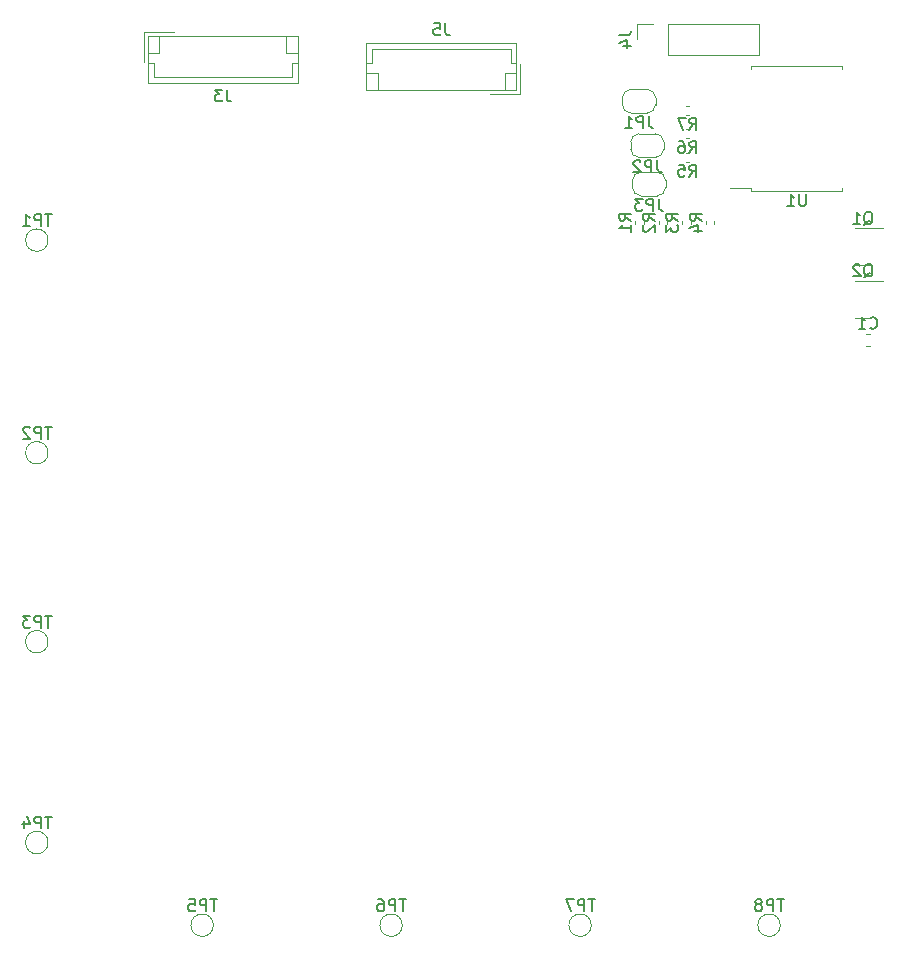
<source format=gbr>
%TF.GenerationSoftware,KiCad,Pcbnew,7.0.7*%
%TF.CreationDate,2023-12-23T12:05:02-04:00*%
%TF.ProjectId,teclado 4x4 i2c,7465636c-6164-46f2-9034-783420693263,rev?*%
%TF.SameCoordinates,Original*%
%TF.FileFunction,Legend,Bot*%
%TF.FilePolarity,Positive*%
%FSLAX46Y46*%
G04 Gerber Fmt 4.6, Leading zero omitted, Abs format (unit mm)*
G04 Created by KiCad (PCBNEW 7.0.7) date 2023-12-23 12:05:02*
%MOMM*%
%LPD*%
G01*
G04 APERTURE LIST*
%ADD10C,0.150000*%
%ADD11C,0.120000*%
G04 APERTURE END LIST*
D10*
X164261904Y-134806819D02*
X163690476Y-134806819D01*
X163976190Y-135806819D02*
X163976190Y-134806819D01*
X163357142Y-135806819D02*
X163357142Y-134806819D01*
X163357142Y-134806819D02*
X162976190Y-134806819D01*
X162976190Y-134806819D02*
X162880952Y-134854438D01*
X162880952Y-134854438D02*
X162833333Y-134902057D01*
X162833333Y-134902057D02*
X162785714Y-134997295D01*
X162785714Y-134997295D02*
X162785714Y-135140152D01*
X162785714Y-135140152D02*
X162833333Y-135235390D01*
X162833333Y-135235390D02*
X162880952Y-135283009D01*
X162880952Y-135283009D02*
X162976190Y-135330628D01*
X162976190Y-135330628D02*
X163357142Y-135330628D01*
X162214285Y-135235390D02*
X162309523Y-135187771D01*
X162309523Y-135187771D02*
X162357142Y-135140152D01*
X162357142Y-135140152D02*
X162404761Y-135044914D01*
X162404761Y-135044914D02*
X162404761Y-134997295D01*
X162404761Y-134997295D02*
X162357142Y-134902057D01*
X162357142Y-134902057D02*
X162309523Y-134854438D01*
X162309523Y-134854438D02*
X162214285Y-134806819D01*
X162214285Y-134806819D02*
X162023809Y-134806819D01*
X162023809Y-134806819D02*
X161928571Y-134854438D01*
X161928571Y-134854438D02*
X161880952Y-134902057D01*
X161880952Y-134902057D02*
X161833333Y-134997295D01*
X161833333Y-134997295D02*
X161833333Y-135044914D01*
X161833333Y-135044914D02*
X161880952Y-135140152D01*
X161880952Y-135140152D02*
X161928571Y-135187771D01*
X161928571Y-135187771D02*
X162023809Y-135235390D01*
X162023809Y-135235390D02*
X162214285Y-135235390D01*
X162214285Y-135235390D02*
X162309523Y-135283009D01*
X162309523Y-135283009D02*
X162357142Y-135330628D01*
X162357142Y-135330628D02*
X162404761Y-135425866D01*
X162404761Y-135425866D02*
X162404761Y-135616342D01*
X162404761Y-135616342D02*
X162357142Y-135711580D01*
X162357142Y-135711580D02*
X162309523Y-135759200D01*
X162309523Y-135759200D02*
X162214285Y-135806819D01*
X162214285Y-135806819D02*
X162023809Y-135806819D01*
X162023809Y-135806819D02*
X161928571Y-135759200D01*
X161928571Y-135759200D02*
X161880952Y-135711580D01*
X161880952Y-135711580D02*
X161833333Y-135616342D01*
X161833333Y-135616342D02*
X161833333Y-135425866D01*
X161833333Y-135425866D02*
X161880952Y-135330628D01*
X161880952Y-135330628D02*
X161928571Y-135283009D01*
X161928571Y-135283009D02*
X162023809Y-135235390D01*
X148261904Y-134806819D02*
X147690476Y-134806819D01*
X147976190Y-135806819D02*
X147976190Y-134806819D01*
X147357142Y-135806819D02*
X147357142Y-134806819D01*
X147357142Y-134806819D02*
X146976190Y-134806819D01*
X146976190Y-134806819D02*
X146880952Y-134854438D01*
X146880952Y-134854438D02*
X146833333Y-134902057D01*
X146833333Y-134902057D02*
X146785714Y-134997295D01*
X146785714Y-134997295D02*
X146785714Y-135140152D01*
X146785714Y-135140152D02*
X146833333Y-135235390D01*
X146833333Y-135235390D02*
X146880952Y-135283009D01*
X146880952Y-135283009D02*
X146976190Y-135330628D01*
X146976190Y-135330628D02*
X147357142Y-135330628D01*
X146452380Y-134806819D02*
X145785714Y-134806819D01*
X145785714Y-134806819D02*
X146214285Y-135806819D01*
X132261904Y-134806819D02*
X131690476Y-134806819D01*
X131976190Y-135806819D02*
X131976190Y-134806819D01*
X131357142Y-135806819D02*
X131357142Y-134806819D01*
X131357142Y-134806819D02*
X130976190Y-134806819D01*
X130976190Y-134806819D02*
X130880952Y-134854438D01*
X130880952Y-134854438D02*
X130833333Y-134902057D01*
X130833333Y-134902057D02*
X130785714Y-134997295D01*
X130785714Y-134997295D02*
X130785714Y-135140152D01*
X130785714Y-135140152D02*
X130833333Y-135235390D01*
X130833333Y-135235390D02*
X130880952Y-135283009D01*
X130880952Y-135283009D02*
X130976190Y-135330628D01*
X130976190Y-135330628D02*
X131357142Y-135330628D01*
X129928571Y-134806819D02*
X130119047Y-134806819D01*
X130119047Y-134806819D02*
X130214285Y-134854438D01*
X130214285Y-134854438D02*
X130261904Y-134902057D01*
X130261904Y-134902057D02*
X130357142Y-135044914D01*
X130357142Y-135044914D02*
X130404761Y-135235390D01*
X130404761Y-135235390D02*
X130404761Y-135616342D01*
X130404761Y-135616342D02*
X130357142Y-135711580D01*
X130357142Y-135711580D02*
X130309523Y-135759200D01*
X130309523Y-135759200D02*
X130214285Y-135806819D01*
X130214285Y-135806819D02*
X130023809Y-135806819D01*
X130023809Y-135806819D02*
X129928571Y-135759200D01*
X129928571Y-135759200D02*
X129880952Y-135711580D01*
X129880952Y-135711580D02*
X129833333Y-135616342D01*
X129833333Y-135616342D02*
X129833333Y-135378247D01*
X129833333Y-135378247D02*
X129880952Y-135283009D01*
X129880952Y-135283009D02*
X129928571Y-135235390D01*
X129928571Y-135235390D02*
X130023809Y-135187771D01*
X130023809Y-135187771D02*
X130214285Y-135187771D01*
X130214285Y-135187771D02*
X130309523Y-135235390D01*
X130309523Y-135235390D02*
X130357142Y-135283009D01*
X130357142Y-135283009D02*
X130404761Y-135378247D01*
X116261904Y-134806819D02*
X115690476Y-134806819D01*
X115976190Y-135806819D02*
X115976190Y-134806819D01*
X115357142Y-135806819D02*
X115357142Y-134806819D01*
X115357142Y-134806819D02*
X114976190Y-134806819D01*
X114976190Y-134806819D02*
X114880952Y-134854438D01*
X114880952Y-134854438D02*
X114833333Y-134902057D01*
X114833333Y-134902057D02*
X114785714Y-134997295D01*
X114785714Y-134997295D02*
X114785714Y-135140152D01*
X114785714Y-135140152D02*
X114833333Y-135235390D01*
X114833333Y-135235390D02*
X114880952Y-135283009D01*
X114880952Y-135283009D02*
X114976190Y-135330628D01*
X114976190Y-135330628D02*
X115357142Y-135330628D01*
X113880952Y-134806819D02*
X114357142Y-134806819D01*
X114357142Y-134806819D02*
X114404761Y-135283009D01*
X114404761Y-135283009D02*
X114357142Y-135235390D01*
X114357142Y-135235390D02*
X114261904Y-135187771D01*
X114261904Y-135187771D02*
X114023809Y-135187771D01*
X114023809Y-135187771D02*
X113928571Y-135235390D01*
X113928571Y-135235390D02*
X113880952Y-135283009D01*
X113880952Y-135283009D02*
X113833333Y-135378247D01*
X113833333Y-135378247D02*
X113833333Y-135616342D01*
X113833333Y-135616342D02*
X113880952Y-135711580D01*
X113880952Y-135711580D02*
X113928571Y-135759200D01*
X113928571Y-135759200D02*
X114023809Y-135806819D01*
X114023809Y-135806819D02*
X114261904Y-135806819D01*
X114261904Y-135806819D02*
X114357142Y-135759200D01*
X114357142Y-135759200D02*
X114404761Y-135711580D01*
X102261904Y-127806819D02*
X101690476Y-127806819D01*
X101976190Y-128806819D02*
X101976190Y-127806819D01*
X101357142Y-128806819D02*
X101357142Y-127806819D01*
X101357142Y-127806819D02*
X100976190Y-127806819D01*
X100976190Y-127806819D02*
X100880952Y-127854438D01*
X100880952Y-127854438D02*
X100833333Y-127902057D01*
X100833333Y-127902057D02*
X100785714Y-127997295D01*
X100785714Y-127997295D02*
X100785714Y-128140152D01*
X100785714Y-128140152D02*
X100833333Y-128235390D01*
X100833333Y-128235390D02*
X100880952Y-128283009D01*
X100880952Y-128283009D02*
X100976190Y-128330628D01*
X100976190Y-128330628D02*
X101357142Y-128330628D01*
X99928571Y-128140152D02*
X99928571Y-128806819D01*
X100166666Y-127759200D02*
X100404761Y-128473485D01*
X100404761Y-128473485D02*
X99785714Y-128473485D01*
X102261904Y-110806819D02*
X101690476Y-110806819D01*
X101976190Y-111806819D02*
X101976190Y-110806819D01*
X101357142Y-111806819D02*
X101357142Y-110806819D01*
X101357142Y-110806819D02*
X100976190Y-110806819D01*
X100976190Y-110806819D02*
X100880952Y-110854438D01*
X100880952Y-110854438D02*
X100833333Y-110902057D01*
X100833333Y-110902057D02*
X100785714Y-110997295D01*
X100785714Y-110997295D02*
X100785714Y-111140152D01*
X100785714Y-111140152D02*
X100833333Y-111235390D01*
X100833333Y-111235390D02*
X100880952Y-111283009D01*
X100880952Y-111283009D02*
X100976190Y-111330628D01*
X100976190Y-111330628D02*
X101357142Y-111330628D01*
X100452380Y-110806819D02*
X99833333Y-110806819D01*
X99833333Y-110806819D02*
X100166666Y-111187771D01*
X100166666Y-111187771D02*
X100023809Y-111187771D01*
X100023809Y-111187771D02*
X99928571Y-111235390D01*
X99928571Y-111235390D02*
X99880952Y-111283009D01*
X99880952Y-111283009D02*
X99833333Y-111378247D01*
X99833333Y-111378247D02*
X99833333Y-111616342D01*
X99833333Y-111616342D02*
X99880952Y-111711580D01*
X99880952Y-111711580D02*
X99928571Y-111759200D01*
X99928571Y-111759200D02*
X100023809Y-111806819D01*
X100023809Y-111806819D02*
X100309523Y-111806819D01*
X100309523Y-111806819D02*
X100404761Y-111759200D01*
X100404761Y-111759200D02*
X100452380Y-111711580D01*
X102261904Y-94806819D02*
X101690476Y-94806819D01*
X101976190Y-95806819D02*
X101976190Y-94806819D01*
X101357142Y-95806819D02*
X101357142Y-94806819D01*
X101357142Y-94806819D02*
X100976190Y-94806819D01*
X100976190Y-94806819D02*
X100880952Y-94854438D01*
X100880952Y-94854438D02*
X100833333Y-94902057D01*
X100833333Y-94902057D02*
X100785714Y-94997295D01*
X100785714Y-94997295D02*
X100785714Y-95140152D01*
X100785714Y-95140152D02*
X100833333Y-95235390D01*
X100833333Y-95235390D02*
X100880952Y-95283009D01*
X100880952Y-95283009D02*
X100976190Y-95330628D01*
X100976190Y-95330628D02*
X101357142Y-95330628D01*
X100404761Y-94902057D02*
X100357142Y-94854438D01*
X100357142Y-94854438D02*
X100261904Y-94806819D01*
X100261904Y-94806819D02*
X100023809Y-94806819D01*
X100023809Y-94806819D02*
X99928571Y-94854438D01*
X99928571Y-94854438D02*
X99880952Y-94902057D01*
X99880952Y-94902057D02*
X99833333Y-94997295D01*
X99833333Y-94997295D02*
X99833333Y-95092533D01*
X99833333Y-95092533D02*
X99880952Y-95235390D01*
X99880952Y-95235390D02*
X100452380Y-95806819D01*
X100452380Y-95806819D02*
X99833333Y-95806819D01*
X102261904Y-76806819D02*
X101690476Y-76806819D01*
X101976190Y-77806819D02*
X101976190Y-76806819D01*
X101357142Y-77806819D02*
X101357142Y-76806819D01*
X101357142Y-76806819D02*
X100976190Y-76806819D01*
X100976190Y-76806819D02*
X100880952Y-76854438D01*
X100880952Y-76854438D02*
X100833333Y-76902057D01*
X100833333Y-76902057D02*
X100785714Y-76997295D01*
X100785714Y-76997295D02*
X100785714Y-77140152D01*
X100785714Y-77140152D02*
X100833333Y-77235390D01*
X100833333Y-77235390D02*
X100880952Y-77283009D01*
X100880952Y-77283009D02*
X100976190Y-77330628D01*
X100976190Y-77330628D02*
X101357142Y-77330628D01*
X99833333Y-77806819D02*
X100404761Y-77806819D01*
X100119047Y-77806819D02*
X100119047Y-76806819D01*
X100119047Y-76806819D02*
X100214285Y-76949676D01*
X100214285Y-76949676D02*
X100309523Y-77044914D01*
X100309523Y-77044914D02*
X100404761Y-77092533D01*
X135583333Y-60654819D02*
X135583333Y-61369104D01*
X135583333Y-61369104D02*
X135630952Y-61511961D01*
X135630952Y-61511961D02*
X135726190Y-61607200D01*
X135726190Y-61607200D02*
X135869047Y-61654819D01*
X135869047Y-61654819D02*
X135964285Y-61654819D01*
X134630952Y-60654819D02*
X135107142Y-60654819D01*
X135107142Y-60654819D02*
X135154761Y-61131009D01*
X135154761Y-61131009D02*
X135107142Y-61083390D01*
X135107142Y-61083390D02*
X135011904Y-61035771D01*
X135011904Y-61035771D02*
X134773809Y-61035771D01*
X134773809Y-61035771D02*
X134678571Y-61083390D01*
X134678571Y-61083390D02*
X134630952Y-61131009D01*
X134630952Y-61131009D02*
X134583333Y-61226247D01*
X134583333Y-61226247D02*
X134583333Y-61464342D01*
X134583333Y-61464342D02*
X134630952Y-61559580D01*
X134630952Y-61559580D02*
X134678571Y-61607200D01*
X134678571Y-61607200D02*
X134773809Y-61654819D01*
X134773809Y-61654819D02*
X135011904Y-61654819D01*
X135011904Y-61654819D02*
X135107142Y-61607200D01*
X135107142Y-61607200D02*
X135154761Y-61559580D01*
X117083333Y-66254819D02*
X117083333Y-66969104D01*
X117083333Y-66969104D02*
X117130952Y-67111961D01*
X117130952Y-67111961D02*
X117226190Y-67207200D01*
X117226190Y-67207200D02*
X117369047Y-67254819D01*
X117369047Y-67254819D02*
X117464285Y-67254819D01*
X116702380Y-66254819D02*
X116083333Y-66254819D01*
X116083333Y-66254819D02*
X116416666Y-66635771D01*
X116416666Y-66635771D02*
X116273809Y-66635771D01*
X116273809Y-66635771D02*
X116178571Y-66683390D01*
X116178571Y-66683390D02*
X116130952Y-66731009D01*
X116130952Y-66731009D02*
X116083333Y-66826247D01*
X116083333Y-66826247D02*
X116083333Y-67064342D01*
X116083333Y-67064342D02*
X116130952Y-67159580D01*
X116130952Y-67159580D02*
X116178571Y-67207200D01*
X116178571Y-67207200D02*
X116273809Y-67254819D01*
X116273809Y-67254819D02*
X116559523Y-67254819D01*
X116559523Y-67254819D02*
X116654761Y-67207200D01*
X116654761Y-67207200D02*
X116702380Y-67159580D01*
X166111904Y-75109819D02*
X166111904Y-75919342D01*
X166111904Y-75919342D02*
X166064285Y-76014580D01*
X166064285Y-76014580D02*
X166016666Y-76062200D01*
X166016666Y-76062200D02*
X165921428Y-76109819D01*
X165921428Y-76109819D02*
X165730952Y-76109819D01*
X165730952Y-76109819D02*
X165635714Y-76062200D01*
X165635714Y-76062200D02*
X165588095Y-76014580D01*
X165588095Y-76014580D02*
X165540476Y-75919342D01*
X165540476Y-75919342D02*
X165540476Y-75109819D01*
X164540476Y-76109819D02*
X165111904Y-76109819D01*
X164826190Y-76109819D02*
X164826190Y-75109819D01*
X164826190Y-75109819D02*
X164921428Y-75252676D01*
X164921428Y-75252676D02*
X165016666Y-75347914D01*
X165016666Y-75347914D02*
X165111904Y-75395533D01*
X156262856Y-69634819D02*
X156596189Y-69158628D01*
X156834284Y-69634819D02*
X156834284Y-68634819D01*
X156834284Y-68634819D02*
X156453332Y-68634819D01*
X156453332Y-68634819D02*
X156358094Y-68682438D01*
X156358094Y-68682438D02*
X156310475Y-68730057D01*
X156310475Y-68730057D02*
X156262856Y-68825295D01*
X156262856Y-68825295D02*
X156262856Y-68968152D01*
X156262856Y-68968152D02*
X156310475Y-69063390D01*
X156310475Y-69063390D02*
X156358094Y-69111009D01*
X156358094Y-69111009D02*
X156453332Y-69158628D01*
X156453332Y-69158628D02*
X156834284Y-69158628D01*
X155929522Y-68634819D02*
X155262856Y-68634819D01*
X155262856Y-68634819D02*
X155691427Y-69634819D01*
X156262856Y-71624819D02*
X156596189Y-71148628D01*
X156834284Y-71624819D02*
X156834284Y-70624819D01*
X156834284Y-70624819D02*
X156453332Y-70624819D01*
X156453332Y-70624819D02*
X156358094Y-70672438D01*
X156358094Y-70672438D02*
X156310475Y-70720057D01*
X156310475Y-70720057D02*
X156262856Y-70815295D01*
X156262856Y-70815295D02*
X156262856Y-70958152D01*
X156262856Y-70958152D02*
X156310475Y-71053390D01*
X156310475Y-71053390D02*
X156358094Y-71101009D01*
X156358094Y-71101009D02*
X156453332Y-71148628D01*
X156453332Y-71148628D02*
X156834284Y-71148628D01*
X155405713Y-70624819D02*
X155596189Y-70624819D01*
X155596189Y-70624819D02*
X155691427Y-70672438D01*
X155691427Y-70672438D02*
X155739046Y-70720057D01*
X155739046Y-70720057D02*
X155834284Y-70862914D01*
X155834284Y-70862914D02*
X155881903Y-71053390D01*
X155881903Y-71053390D02*
X155881903Y-71434342D01*
X155881903Y-71434342D02*
X155834284Y-71529580D01*
X155834284Y-71529580D02*
X155786665Y-71577200D01*
X155786665Y-71577200D02*
X155691427Y-71624819D01*
X155691427Y-71624819D02*
X155500951Y-71624819D01*
X155500951Y-71624819D02*
X155405713Y-71577200D01*
X155405713Y-71577200D02*
X155358094Y-71529580D01*
X155358094Y-71529580D02*
X155310475Y-71434342D01*
X155310475Y-71434342D02*
X155310475Y-71196247D01*
X155310475Y-71196247D02*
X155358094Y-71101009D01*
X155358094Y-71101009D02*
X155405713Y-71053390D01*
X155405713Y-71053390D02*
X155500951Y-71005771D01*
X155500951Y-71005771D02*
X155691427Y-71005771D01*
X155691427Y-71005771D02*
X155786665Y-71053390D01*
X155786665Y-71053390D02*
X155834284Y-71101009D01*
X155834284Y-71101009D02*
X155881903Y-71196247D01*
X156262856Y-73614819D02*
X156596189Y-73138628D01*
X156834284Y-73614819D02*
X156834284Y-72614819D01*
X156834284Y-72614819D02*
X156453332Y-72614819D01*
X156453332Y-72614819D02*
X156358094Y-72662438D01*
X156358094Y-72662438D02*
X156310475Y-72710057D01*
X156310475Y-72710057D02*
X156262856Y-72805295D01*
X156262856Y-72805295D02*
X156262856Y-72948152D01*
X156262856Y-72948152D02*
X156310475Y-73043390D01*
X156310475Y-73043390D02*
X156358094Y-73091009D01*
X156358094Y-73091009D02*
X156453332Y-73138628D01*
X156453332Y-73138628D02*
X156834284Y-73138628D01*
X155358094Y-72614819D02*
X155834284Y-72614819D01*
X155834284Y-72614819D02*
X155881903Y-73091009D01*
X155881903Y-73091009D02*
X155834284Y-73043390D01*
X155834284Y-73043390D02*
X155739046Y-72995771D01*
X155739046Y-72995771D02*
X155500951Y-72995771D01*
X155500951Y-72995771D02*
X155405713Y-73043390D01*
X155405713Y-73043390D02*
X155358094Y-73091009D01*
X155358094Y-73091009D02*
X155310475Y-73186247D01*
X155310475Y-73186247D02*
X155310475Y-73424342D01*
X155310475Y-73424342D02*
X155358094Y-73519580D01*
X155358094Y-73519580D02*
X155405713Y-73567200D01*
X155405713Y-73567200D02*
X155500951Y-73614819D01*
X155500951Y-73614819D02*
X155739046Y-73614819D01*
X155739046Y-73614819D02*
X155834284Y-73567200D01*
X155834284Y-73567200D02*
X155881903Y-73519580D01*
X157284819Y-77343333D02*
X156808628Y-77010000D01*
X157284819Y-76771905D02*
X156284819Y-76771905D01*
X156284819Y-76771905D02*
X156284819Y-77152857D01*
X156284819Y-77152857D02*
X156332438Y-77248095D01*
X156332438Y-77248095D02*
X156380057Y-77295714D01*
X156380057Y-77295714D02*
X156475295Y-77343333D01*
X156475295Y-77343333D02*
X156618152Y-77343333D01*
X156618152Y-77343333D02*
X156713390Y-77295714D01*
X156713390Y-77295714D02*
X156761009Y-77248095D01*
X156761009Y-77248095D02*
X156808628Y-77152857D01*
X156808628Y-77152857D02*
X156808628Y-76771905D01*
X156618152Y-78200476D02*
X157284819Y-78200476D01*
X156237200Y-77962381D02*
X156951485Y-77724286D01*
X156951485Y-77724286D02*
X156951485Y-78343333D01*
X155294819Y-77343333D02*
X154818628Y-77010000D01*
X155294819Y-76771905D02*
X154294819Y-76771905D01*
X154294819Y-76771905D02*
X154294819Y-77152857D01*
X154294819Y-77152857D02*
X154342438Y-77248095D01*
X154342438Y-77248095D02*
X154390057Y-77295714D01*
X154390057Y-77295714D02*
X154485295Y-77343333D01*
X154485295Y-77343333D02*
X154628152Y-77343333D01*
X154628152Y-77343333D02*
X154723390Y-77295714D01*
X154723390Y-77295714D02*
X154771009Y-77248095D01*
X154771009Y-77248095D02*
X154818628Y-77152857D01*
X154818628Y-77152857D02*
X154818628Y-76771905D01*
X154294819Y-77676667D02*
X154294819Y-78295714D01*
X154294819Y-78295714D02*
X154675771Y-77962381D01*
X154675771Y-77962381D02*
X154675771Y-78105238D01*
X154675771Y-78105238D02*
X154723390Y-78200476D01*
X154723390Y-78200476D02*
X154771009Y-78248095D01*
X154771009Y-78248095D02*
X154866247Y-78295714D01*
X154866247Y-78295714D02*
X155104342Y-78295714D01*
X155104342Y-78295714D02*
X155199580Y-78248095D01*
X155199580Y-78248095D02*
X155247200Y-78200476D01*
X155247200Y-78200476D02*
X155294819Y-78105238D01*
X155294819Y-78105238D02*
X155294819Y-77819524D01*
X155294819Y-77819524D02*
X155247200Y-77724286D01*
X155247200Y-77724286D02*
X155199580Y-77676667D01*
X153304819Y-77343333D02*
X152828628Y-77010000D01*
X153304819Y-76771905D02*
X152304819Y-76771905D01*
X152304819Y-76771905D02*
X152304819Y-77152857D01*
X152304819Y-77152857D02*
X152352438Y-77248095D01*
X152352438Y-77248095D02*
X152400057Y-77295714D01*
X152400057Y-77295714D02*
X152495295Y-77343333D01*
X152495295Y-77343333D02*
X152638152Y-77343333D01*
X152638152Y-77343333D02*
X152733390Y-77295714D01*
X152733390Y-77295714D02*
X152781009Y-77248095D01*
X152781009Y-77248095D02*
X152828628Y-77152857D01*
X152828628Y-77152857D02*
X152828628Y-76771905D01*
X152400057Y-77724286D02*
X152352438Y-77771905D01*
X152352438Y-77771905D02*
X152304819Y-77867143D01*
X152304819Y-77867143D02*
X152304819Y-78105238D01*
X152304819Y-78105238D02*
X152352438Y-78200476D01*
X152352438Y-78200476D02*
X152400057Y-78248095D01*
X152400057Y-78248095D02*
X152495295Y-78295714D01*
X152495295Y-78295714D02*
X152590533Y-78295714D01*
X152590533Y-78295714D02*
X152733390Y-78248095D01*
X152733390Y-78248095D02*
X153304819Y-77676667D01*
X153304819Y-77676667D02*
X153304819Y-78295714D01*
X151314819Y-77343333D02*
X150838628Y-77010000D01*
X151314819Y-76771905D02*
X150314819Y-76771905D01*
X150314819Y-76771905D02*
X150314819Y-77152857D01*
X150314819Y-77152857D02*
X150362438Y-77248095D01*
X150362438Y-77248095D02*
X150410057Y-77295714D01*
X150410057Y-77295714D02*
X150505295Y-77343333D01*
X150505295Y-77343333D02*
X150648152Y-77343333D01*
X150648152Y-77343333D02*
X150743390Y-77295714D01*
X150743390Y-77295714D02*
X150791009Y-77248095D01*
X150791009Y-77248095D02*
X150838628Y-77152857D01*
X150838628Y-77152857D02*
X150838628Y-76771905D01*
X151314819Y-78295714D02*
X151314819Y-77724286D01*
X151314819Y-78010000D02*
X150314819Y-78010000D01*
X150314819Y-78010000D02*
X150457676Y-77914762D01*
X150457676Y-77914762D02*
X150552914Y-77819524D01*
X150552914Y-77819524D02*
X150600533Y-77724286D01*
X171032738Y-82150057D02*
X171127976Y-82102438D01*
X171127976Y-82102438D02*
X171223214Y-82007200D01*
X171223214Y-82007200D02*
X171366071Y-81864342D01*
X171366071Y-81864342D02*
X171461309Y-81816723D01*
X171461309Y-81816723D02*
X171556547Y-81816723D01*
X171508928Y-82054819D02*
X171604166Y-82007200D01*
X171604166Y-82007200D02*
X171699404Y-81911961D01*
X171699404Y-81911961D02*
X171747023Y-81721485D01*
X171747023Y-81721485D02*
X171747023Y-81388152D01*
X171747023Y-81388152D02*
X171699404Y-81197676D01*
X171699404Y-81197676D02*
X171604166Y-81102438D01*
X171604166Y-81102438D02*
X171508928Y-81054819D01*
X171508928Y-81054819D02*
X171318452Y-81054819D01*
X171318452Y-81054819D02*
X171223214Y-81102438D01*
X171223214Y-81102438D02*
X171127976Y-81197676D01*
X171127976Y-81197676D02*
X171080357Y-81388152D01*
X171080357Y-81388152D02*
X171080357Y-81721485D01*
X171080357Y-81721485D02*
X171127976Y-81911961D01*
X171127976Y-81911961D02*
X171223214Y-82007200D01*
X171223214Y-82007200D02*
X171318452Y-82054819D01*
X171318452Y-82054819D02*
X171508928Y-82054819D01*
X170699404Y-81150057D02*
X170651785Y-81102438D01*
X170651785Y-81102438D02*
X170556547Y-81054819D01*
X170556547Y-81054819D02*
X170318452Y-81054819D01*
X170318452Y-81054819D02*
X170223214Y-81102438D01*
X170223214Y-81102438D02*
X170175595Y-81150057D01*
X170175595Y-81150057D02*
X170127976Y-81245295D01*
X170127976Y-81245295D02*
X170127976Y-81340533D01*
X170127976Y-81340533D02*
X170175595Y-81483390D01*
X170175595Y-81483390D02*
X170747023Y-82054819D01*
X170747023Y-82054819D02*
X170127976Y-82054819D01*
X171032738Y-77700057D02*
X171127976Y-77652438D01*
X171127976Y-77652438D02*
X171223214Y-77557200D01*
X171223214Y-77557200D02*
X171366071Y-77414342D01*
X171366071Y-77414342D02*
X171461309Y-77366723D01*
X171461309Y-77366723D02*
X171556547Y-77366723D01*
X171508928Y-77604819D02*
X171604166Y-77557200D01*
X171604166Y-77557200D02*
X171699404Y-77461961D01*
X171699404Y-77461961D02*
X171747023Y-77271485D01*
X171747023Y-77271485D02*
X171747023Y-76938152D01*
X171747023Y-76938152D02*
X171699404Y-76747676D01*
X171699404Y-76747676D02*
X171604166Y-76652438D01*
X171604166Y-76652438D02*
X171508928Y-76604819D01*
X171508928Y-76604819D02*
X171318452Y-76604819D01*
X171318452Y-76604819D02*
X171223214Y-76652438D01*
X171223214Y-76652438D02*
X171127976Y-76747676D01*
X171127976Y-76747676D02*
X171080357Y-76938152D01*
X171080357Y-76938152D02*
X171080357Y-77271485D01*
X171080357Y-77271485D02*
X171127976Y-77461961D01*
X171127976Y-77461961D02*
X171223214Y-77557200D01*
X171223214Y-77557200D02*
X171318452Y-77604819D01*
X171318452Y-77604819D02*
X171508928Y-77604819D01*
X170127976Y-77604819D02*
X170699404Y-77604819D01*
X170413690Y-77604819D02*
X170413690Y-76604819D01*
X170413690Y-76604819D02*
X170508928Y-76747676D01*
X170508928Y-76747676D02*
X170604166Y-76842914D01*
X170604166Y-76842914D02*
X170699404Y-76890533D01*
X153669523Y-75494819D02*
X153669523Y-76209104D01*
X153669523Y-76209104D02*
X153717142Y-76351961D01*
X153717142Y-76351961D02*
X153812380Y-76447200D01*
X153812380Y-76447200D02*
X153955237Y-76494819D01*
X153955237Y-76494819D02*
X154050475Y-76494819D01*
X153193332Y-76494819D02*
X153193332Y-75494819D01*
X153193332Y-75494819D02*
X152812380Y-75494819D01*
X152812380Y-75494819D02*
X152717142Y-75542438D01*
X152717142Y-75542438D02*
X152669523Y-75590057D01*
X152669523Y-75590057D02*
X152621904Y-75685295D01*
X152621904Y-75685295D02*
X152621904Y-75828152D01*
X152621904Y-75828152D02*
X152669523Y-75923390D01*
X152669523Y-75923390D02*
X152717142Y-75971009D01*
X152717142Y-75971009D02*
X152812380Y-76018628D01*
X152812380Y-76018628D02*
X153193332Y-76018628D01*
X152288570Y-75494819D02*
X151669523Y-75494819D01*
X151669523Y-75494819D02*
X152002856Y-75875771D01*
X152002856Y-75875771D02*
X151859999Y-75875771D01*
X151859999Y-75875771D02*
X151764761Y-75923390D01*
X151764761Y-75923390D02*
X151717142Y-75971009D01*
X151717142Y-75971009D02*
X151669523Y-76066247D01*
X151669523Y-76066247D02*
X151669523Y-76304342D01*
X151669523Y-76304342D02*
X151717142Y-76399580D01*
X151717142Y-76399580D02*
X151764761Y-76447200D01*
X151764761Y-76447200D02*
X151859999Y-76494819D01*
X151859999Y-76494819D02*
X152145713Y-76494819D01*
X152145713Y-76494819D02*
X152240951Y-76447200D01*
X152240951Y-76447200D02*
X152288570Y-76399580D01*
X153519523Y-72244819D02*
X153519523Y-72959104D01*
X153519523Y-72959104D02*
X153567142Y-73101961D01*
X153567142Y-73101961D02*
X153662380Y-73197200D01*
X153662380Y-73197200D02*
X153805237Y-73244819D01*
X153805237Y-73244819D02*
X153900475Y-73244819D01*
X153043332Y-73244819D02*
X153043332Y-72244819D01*
X153043332Y-72244819D02*
X152662380Y-72244819D01*
X152662380Y-72244819D02*
X152567142Y-72292438D01*
X152567142Y-72292438D02*
X152519523Y-72340057D01*
X152519523Y-72340057D02*
X152471904Y-72435295D01*
X152471904Y-72435295D02*
X152471904Y-72578152D01*
X152471904Y-72578152D02*
X152519523Y-72673390D01*
X152519523Y-72673390D02*
X152567142Y-72721009D01*
X152567142Y-72721009D02*
X152662380Y-72768628D01*
X152662380Y-72768628D02*
X153043332Y-72768628D01*
X152090951Y-72340057D02*
X152043332Y-72292438D01*
X152043332Y-72292438D02*
X151948094Y-72244819D01*
X151948094Y-72244819D02*
X151709999Y-72244819D01*
X151709999Y-72244819D02*
X151614761Y-72292438D01*
X151614761Y-72292438D02*
X151567142Y-72340057D01*
X151567142Y-72340057D02*
X151519523Y-72435295D01*
X151519523Y-72435295D02*
X151519523Y-72530533D01*
X151519523Y-72530533D02*
X151567142Y-72673390D01*
X151567142Y-72673390D02*
X152138570Y-73244819D01*
X152138570Y-73244819D02*
X151519523Y-73244819D01*
X152819523Y-68494819D02*
X152819523Y-69209104D01*
X152819523Y-69209104D02*
X152867142Y-69351961D01*
X152867142Y-69351961D02*
X152962380Y-69447200D01*
X152962380Y-69447200D02*
X153105237Y-69494819D01*
X153105237Y-69494819D02*
X153200475Y-69494819D01*
X152343332Y-69494819D02*
X152343332Y-68494819D01*
X152343332Y-68494819D02*
X151962380Y-68494819D01*
X151962380Y-68494819D02*
X151867142Y-68542438D01*
X151867142Y-68542438D02*
X151819523Y-68590057D01*
X151819523Y-68590057D02*
X151771904Y-68685295D01*
X151771904Y-68685295D02*
X151771904Y-68828152D01*
X151771904Y-68828152D02*
X151819523Y-68923390D01*
X151819523Y-68923390D02*
X151867142Y-68971009D01*
X151867142Y-68971009D02*
X151962380Y-69018628D01*
X151962380Y-69018628D02*
X152343332Y-69018628D01*
X150819523Y-69494819D02*
X151390951Y-69494819D01*
X151105237Y-69494819D02*
X151105237Y-68494819D01*
X151105237Y-68494819D02*
X151200475Y-68637676D01*
X151200475Y-68637676D02*
X151295713Y-68732914D01*
X151295713Y-68732914D02*
X151390951Y-68780533D01*
X150304819Y-61666666D02*
X151019104Y-61666666D01*
X151019104Y-61666666D02*
X151161961Y-61619047D01*
X151161961Y-61619047D02*
X151257200Y-61523809D01*
X151257200Y-61523809D02*
X151304819Y-61380952D01*
X151304819Y-61380952D02*
X151304819Y-61285714D01*
X150638152Y-62571428D02*
X151304819Y-62571428D01*
X150257200Y-62333333D02*
X150971485Y-62095238D01*
X150971485Y-62095238D02*
X150971485Y-62714285D01*
X171544166Y-86409580D02*
X171591785Y-86457200D01*
X171591785Y-86457200D02*
X171734642Y-86504819D01*
X171734642Y-86504819D02*
X171829880Y-86504819D01*
X171829880Y-86504819D02*
X171972737Y-86457200D01*
X171972737Y-86457200D02*
X172067975Y-86361961D01*
X172067975Y-86361961D02*
X172115594Y-86266723D01*
X172115594Y-86266723D02*
X172163213Y-86076247D01*
X172163213Y-86076247D02*
X172163213Y-85933390D01*
X172163213Y-85933390D02*
X172115594Y-85742914D01*
X172115594Y-85742914D02*
X172067975Y-85647676D01*
X172067975Y-85647676D02*
X171972737Y-85552438D01*
X171972737Y-85552438D02*
X171829880Y-85504819D01*
X171829880Y-85504819D02*
X171734642Y-85504819D01*
X171734642Y-85504819D02*
X171591785Y-85552438D01*
X171591785Y-85552438D02*
X171544166Y-85600057D01*
X170591785Y-86504819D02*
X171163213Y-86504819D01*
X170877499Y-86504819D02*
X170877499Y-85504819D01*
X170877499Y-85504819D02*
X170972737Y-85647676D01*
X170972737Y-85647676D02*
X171067975Y-85742914D01*
X171067975Y-85742914D02*
X171163213Y-85790533D01*
D11*
%TO.C,TP8*%
X163950000Y-137000000D02*
G75*
G03*
X163950000Y-137000000I-950000J0D01*
G01*
%TO.C,TP7*%
X147950000Y-137000000D02*
G75*
G03*
X147950000Y-137000000I-950000J0D01*
G01*
%TO.C,TP6*%
X131950000Y-137000000D02*
G75*
G03*
X131950000Y-137000000I-950000J0D01*
G01*
%TO.C,TP5*%
X115950000Y-137000000D02*
G75*
G03*
X115950000Y-137000000I-950000J0D01*
G01*
%TO.C,TP4*%
X101950000Y-130000000D02*
G75*
G03*
X101950000Y-130000000I-950000J0D01*
G01*
%TO.C,TP3*%
X101950000Y-113000000D02*
G75*
G03*
X101950000Y-113000000I-950000J0D01*
G01*
%TO.C,TP2*%
X101950000Y-97000000D02*
G75*
G03*
X101950000Y-97000000I-950000J0D01*
G01*
%TO.C,TP1*%
X101950000Y-79000000D02*
G75*
G03*
X101950000Y-79000000I-950000J0D01*
G01*
%TO.C,J5*%
X141610000Y-62290000D02*
X141610000Y-66310000D01*
X128890000Y-62290000D02*
X141610000Y-62290000D01*
X128890000Y-64810000D02*
X129890000Y-64810000D01*
X129390000Y-62790000D02*
X129390000Y-64000000D01*
X141610000Y-64810000D02*
X140610000Y-64810000D01*
X141110000Y-64000000D02*
X141110000Y-62790000D01*
X129890000Y-64810000D02*
X129890000Y-66310000D01*
X129390000Y-64000000D02*
X128890000Y-64000000D01*
X141110000Y-62790000D02*
X129390000Y-62790000D01*
X140610000Y-64810000D02*
X140610000Y-66310000D01*
X128890000Y-66310000D02*
X128890000Y-62290000D01*
X141610000Y-64000000D02*
X141110000Y-64000000D01*
X141910000Y-64110000D02*
X141910000Y-66610000D01*
X141610000Y-66310000D02*
X128890000Y-66310000D01*
X141910000Y-66610000D02*
X139410000Y-66610000D01*
%TO.C,J3*%
X110390000Y-65710000D02*
X110390000Y-61690000D01*
X123110000Y-65710000D02*
X110390000Y-65710000D01*
X123110000Y-63190000D02*
X122110000Y-63190000D01*
X122610000Y-65210000D02*
X122610000Y-64000000D01*
X110390000Y-63190000D02*
X111390000Y-63190000D01*
X110890000Y-64000000D02*
X110890000Y-65210000D01*
X122110000Y-63190000D02*
X122110000Y-61690000D01*
X122610000Y-64000000D02*
X123110000Y-64000000D01*
X110890000Y-65210000D02*
X122610000Y-65210000D01*
X111390000Y-63190000D02*
X111390000Y-61690000D01*
X123110000Y-61690000D02*
X123110000Y-65710000D01*
X110390000Y-64000000D02*
X110890000Y-64000000D01*
X110090000Y-63890000D02*
X110090000Y-61390000D01*
X110390000Y-61690000D02*
X123110000Y-61690000D01*
X110090000Y-61390000D02*
X112590000Y-61390000D01*
%TO.C,U1*%
X169210000Y-64295000D02*
X169210000Y-64550000D01*
X165350000Y-64295000D02*
X169210000Y-64295000D01*
X161490000Y-64295000D02*
X161490000Y-64550000D01*
X161490000Y-74560000D02*
X159675000Y-74560000D01*
X165350000Y-64295000D02*
X161490000Y-64295000D01*
X169210000Y-74815000D02*
X169210000Y-74560000D01*
X161490000Y-74815000D02*
X161490000Y-74560000D01*
X165350000Y-74815000D02*
X169210000Y-74815000D01*
X165350000Y-74815000D02*
X161490000Y-74815000D01*
%TO.C,R7*%
X155942549Y-68390000D02*
X156249831Y-68390000D01*
X155942549Y-67630000D02*
X156249831Y-67630000D01*
%TO.C,R6*%
X155942549Y-70380000D02*
X156249831Y-70380000D01*
X155942549Y-69620000D02*
X156249831Y-69620000D01*
%TO.C,R5*%
X155942549Y-72370000D02*
X156249831Y-72370000D01*
X155942549Y-71610000D02*
X156249831Y-71610000D01*
%TO.C,R4*%
X157620000Y-77356359D02*
X157620000Y-77663641D01*
X158380000Y-77356359D02*
X158380000Y-77663641D01*
%TO.C,R3*%
X155630000Y-77356359D02*
X155630000Y-77663641D01*
X156390000Y-77356359D02*
X156390000Y-77663641D01*
%TO.C,R2*%
X153640000Y-77356359D02*
X153640000Y-77663641D01*
X154400000Y-77356359D02*
X154400000Y-77663641D01*
%TO.C,R1*%
X151650000Y-77356359D02*
X151650000Y-77663641D01*
X152410000Y-77356359D02*
X152410000Y-77663641D01*
%TO.C,Q2*%
X170937500Y-82440000D02*
X170287500Y-82440000D01*
X170937500Y-85560000D02*
X170287500Y-85560000D01*
X170937500Y-82440000D02*
X172612500Y-82440000D01*
X170937500Y-85560000D02*
X171587500Y-85560000D01*
%TO.C,Q1*%
X170937500Y-77990000D02*
X170287500Y-77990000D01*
X170937500Y-81110000D02*
X170287500Y-81110000D01*
X170937500Y-77990000D02*
X172612500Y-77990000D01*
X170937500Y-81110000D02*
X171587500Y-81110000D01*
%TO.C,JP3*%
X152136190Y-75240000D02*
X153536190Y-75240000D01*
X153536190Y-73240000D02*
X152136190Y-73240000D01*
X154236190Y-74540000D02*
X154236190Y-73940000D01*
X151436190Y-73940000D02*
X151436190Y-74540000D01*
X153536190Y-75240000D02*
G75*
G03*
X154236190Y-74540000I0J700000D01*
G01*
X151436190Y-74540000D02*
G75*
G03*
X152136190Y-75240000I699999J-1D01*
G01*
X152136190Y-73240000D02*
G75*
G03*
X151436190Y-73940000I-1J-699999D01*
G01*
X154236190Y-73940000D02*
G75*
G03*
X153536190Y-73240000I-700000J0D01*
G01*
%TO.C,JP2*%
X151986190Y-71990000D02*
X153386190Y-71990000D01*
X153386190Y-69990000D02*
X151986190Y-69990000D01*
X154086190Y-71290000D02*
X154086190Y-70690000D01*
X151286190Y-70690000D02*
X151286190Y-71290000D01*
X153386190Y-71990000D02*
G75*
G03*
X154086190Y-71290000I0J700000D01*
G01*
X151286190Y-71290000D02*
G75*
G03*
X151986190Y-71990000I699999J-1D01*
G01*
X151986190Y-69990000D02*
G75*
G03*
X151286190Y-70690000I-1J-699999D01*
G01*
X154086190Y-70690000D02*
G75*
G03*
X153386190Y-69990000I-700000J0D01*
G01*
%TO.C,JP1*%
X151286190Y-68240000D02*
X152686190Y-68240000D01*
X152686190Y-66240000D02*
X151286190Y-66240000D01*
X153386190Y-67540000D02*
X153386190Y-66940000D01*
X150586190Y-66940000D02*
X150586190Y-67540000D01*
X152686190Y-68240000D02*
G75*
G03*
X153386190Y-67540000I0J700000D01*
G01*
X150586190Y-67540000D02*
G75*
G03*
X151286190Y-68240000I699999J-1D01*
G01*
X151286190Y-66240000D02*
G75*
G03*
X150586190Y-66940000I-1J-699999D01*
G01*
X153386190Y-66940000D02*
G75*
G03*
X152686190Y-66240000I-700000J0D01*
G01*
%TO.C,J4*%
X154450000Y-63330000D02*
X162130000Y-63330000D01*
X153180000Y-60670000D02*
X151850000Y-60670000D01*
X162130000Y-60670000D02*
X162130000Y-63330000D01*
X154450000Y-60670000D02*
X154450000Y-63330000D01*
X151850000Y-60670000D02*
X151850000Y-62000000D01*
X154450000Y-60670000D02*
X162130000Y-60670000D01*
%TO.C,C1*%
X171518080Y-87990000D02*
X171236920Y-87990000D01*
X171518080Y-86970000D02*
X171236920Y-86970000D01*
%TD*%
M02*

</source>
